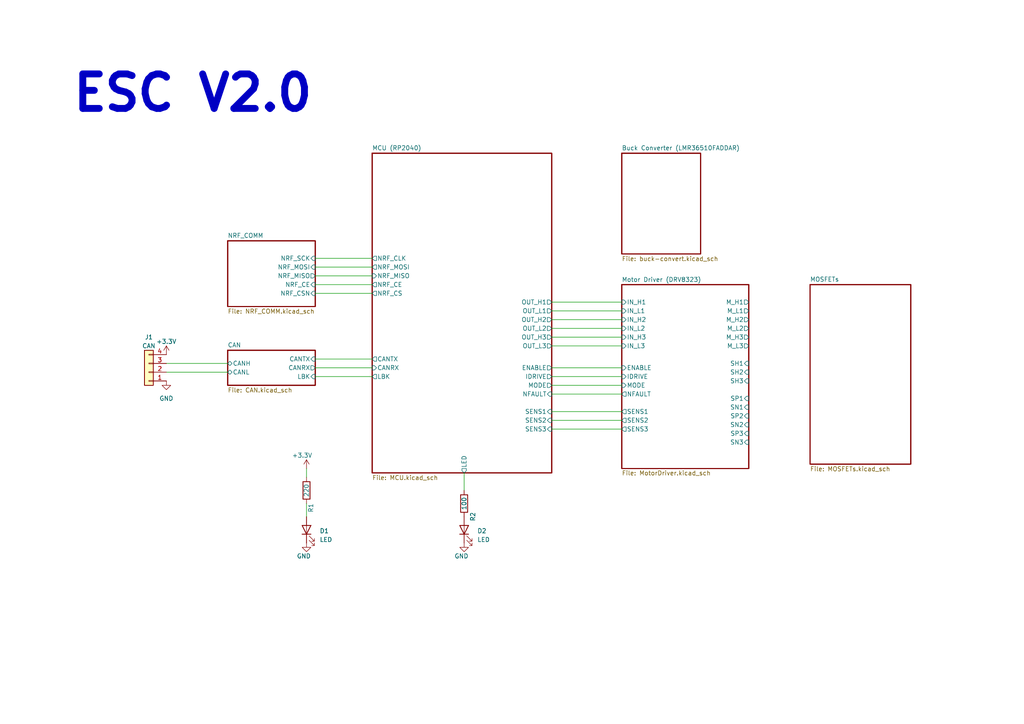
<source format=kicad_sch>
(kicad_sch (version 20230121) (generator eeschema)
  (paper "A4")
  (lib_symbols
    (symbol "Connector_Generic:Conn_01x04" (pin_names (offset 1.016) hide)
      (property "Reference" "J" (at 0 5.08 0))
      (property "Value" "Conn_01x04" (at 0 -7.62 0))
      (symbol "Conn_01x04_1_1"
        (rectangle (start -1.27 -4.953) (end 0 -5.207) (stroke (width 0.1524)))
        (rectangle (start -1.27 -2.413) (end 0 -2.667) (stroke (width 0.1524)))
        (rectangle (start -1.27 0.127) (end 0 -0.127) (stroke (width 0.1524)))
        (rectangle (start -1.27 2.667) (end 0 2.413) (stroke (width 0.1524)))
        (rectangle (start -1.27 3.81) (end 1.27 -6.35) (stroke (width 0.254)) (fill (type background)))
        (pin passive line (at -5.08 2.54 0) (length 3.81) (name "Pin_1") (number "1"))
        (pin passive line (at -5.08 0 0) (length 3.81) (name "Pin_2") (number "2"))
        (pin passive line (at -5.08 -2.54 0) (length 3.81) (name "Pin_3") (number "3"))
        (pin passive line (at -5.08 -5.08 0) (length 3.81) (name "Pin_4") (number "4"))
      )
    )
    (symbol "Device:LED" (pin_numbers hide) (pin_names (offset 1.016) hide)
      (property "Reference" "D" (at 0 2.54 0))
      (property "Value" "LED" (at 0 -2.54 0))
      (symbol "LED_0_1"
        (polyline (pts (xy -1.27 -1.27) (xy -1.27 1.27)) (stroke (width 0.254)))
        (polyline (pts (xy -1.27 0) (xy 1.27 0)))
        (polyline (pts (xy 1.27 -1.27) (xy 1.27 1.27) (xy -1.27 0) (xy 1.27 -1.27)) (stroke (width 0.254)))
        (polyline (pts (xy -3.048 -0.762) (xy -4.572 -2.286) (xy -3.81 -2.286) (xy -4.572 -2.286) (xy -4.572 -1.524)))
        (polyline (pts (xy -1.778 -0.762) (xy -3.302 -2.286) (xy -2.54 -2.286) (xy -3.302 -2.286) (xy -3.302 -1.524)))
      )
      (symbol "LED_1_1"
        (pin passive line (at -3.81 0 0) (length 2.54) (name "K") (number "1"))
        (pin passive line (at 3.81 0 180) (length 2.54) (name "A") (number "2"))
      )
    )
    (symbol "Device:R" (pin_numbers hide) (pin_names (offset 0))
      (property "Reference" "R" (at 2.032 0 90))
      (property "Value" "R" (at 0 0 90))
      (symbol "R_0_1"
        (rectangle (start -1.016 -2.54) (end 1.016 2.54) (stroke (width 0.254)))
      )
      (symbol "R_1_1"
        (pin passive line (at 0 3.81 270) (length 1.27) (name "~") (number "1"))
        (pin passive line (at 0 -3.81 90) (length 1.27) (name "~") (number "2"))
      )
    )
    (symbol "power:+3.3V" (power) (pin_names (offset 0))
      (property "Value" "+3.3V" (at 0 3.556 0))
      (symbol "+3.3V_0_1"
        (polyline (pts (xy -0.762 1.27) (xy 0 2.54)))
        (polyline (pts (xy 0 0) (xy 0 2.54)))
        (polyline (pts (xy 0 2.54) (xy 0.762 1.27)))
      )
      (symbol "+3.3V_1_1"
        (pin power_in line (at 0 0 90) (length 0) hide (name "+3.3V") (number "1"))
      )
    )
    (symbol "power:GND" (power) (pin_names (offset 0))
      (property "Value" "GND" (at 0 -3.81 0))
      (symbol "GND_0_1"
        (polyline (pts (xy 0 0) (xy 0 -1.27) (xy 1.27 -1.27) (xy 0 -2.54) (xy -1.27 -1.27) (xy 0 -1.27)))
      )
      (symbol "GND_1_1"
        (pin power_in line (at 0 0 270) (length 0) hide (name "GND") (number "1"))
      )
    )
  )
  (wire (pts (xy 160.02 90.17) (xy 180.34 90.17)))
  (wire (pts (xy 160.02 119.38) (xy 180.34 119.38)))
  (wire (pts (xy 160.02 121.92) (xy 180.34 121.92)))
  (wire (pts (xy 91.44 106.68) (xy 107.95 106.68)))
  (wire (pts (xy 160.02 114.3) (xy 180.34 114.3)))
  (wire (pts (xy 91.44 104.14) (xy 107.95 104.14)))
  (wire (pts (xy 48.26 107.95) (xy 66.04 107.95)))
  (wire (pts (xy 91.44 109.22) (xy 107.95 109.22)))
  (wire (pts (xy 160.02 106.68) (xy 180.34 106.68)))
  (wire (pts (xy 160.02 92.71) (xy 180.34 92.71)))
  (wire (pts (xy 91.44 80.01) (xy 107.95 80.01)))
  (wire (pts (xy 160.02 111.76) (xy 180.34 111.76)))
  (wire (pts (xy 160.02 87.63) (xy 180.34 87.63)))
  (wire (pts (xy 91.44 82.55) (xy 107.95 82.55)))
  (wire (pts (xy 91.44 85.09) (xy 107.95 85.09)))
  (wire (pts (xy 88.9 146.05) (xy 88.9 149.86)))
  (wire (pts (xy 48.26 105.41) (xy 66.04 105.41)))
  (wire (pts (xy 160.02 109.22) (xy 180.34 109.22)))
  (wire (pts (xy 160.02 97.79) (xy 180.34 97.79)))
  (wire (pts (xy 160.02 100.33) (xy 180.34 100.33)))
  (wire (pts (xy 88.9 135.89) (xy 88.9 138.43)))
  (wire (pts (xy 91.44 77.47) (xy 107.95 77.47)))
  (wire (pts (xy 91.44 74.93) (xy 107.95 74.93)))
  (wire (pts (xy 160.02 95.25) (xy 180.34 95.25)))
  (wire (pts (xy 160.02 124.46) (xy 180.34 124.46)))
  (wire (pts (xy 134.62 137.16) (xy 134.62 142.24)))
  (text "ESC V2.0" (at 20.32 33.02 0) (effects (font (size 10 10) (thickness 2) bold) (justify left bottom)))
  (symbol (lib_id "power:GND") (at 134.62 157.48 0) (unit 1)
    (property "Reference" "#PWR05" (effects hide))
    (property "Value" "GND" (at 135.89 161.29 0) (effects (justify right)))
  )
  (symbol (lib_id "power:GND") (at 88.9 157.48 0) (unit 1)
    (property "Reference" "#PWR04" (effects hide))
    (property "Value" "GND" (at 90.17 161.29 0) (effects (justify right)))
  )
  (symbol (lib_id "power:+3.3V") (at 88.9 135.89 0) (unit 1)
    (property "Reference" "#PWR03" (effects hide))
    (property "Value" "+3.3V" (at 87.63 132.08 0))
  )
  (symbol (lib_id "Device:LED") (at 88.9 153.67 90) (unit 1)
    (property "Reference" "D1" (at 92.71 153.9874 90) (effects (justify right)))
    (property "Value" "LED" (at 92.71 156.5274 90) (effects (justify right)))
    (property "Footprint" "Diode_SMD:D_0402_1005Metric" (effects hide))
  )
  (symbol (lib_id "power:+3.3V") (at 48.26 102.87 0) (unit 1)
    (property "Reference" "#PWR01" (effects hide))
    (property "Value" "+3.3V" (at 48.26 99.06 0))
  )
  (symbol (lib_id "power:GND") (at 48.26 110.49 0) (unit 1)
    (property "Reference" "#PWR02" (effects hide))
    (property "Value" "GND" (at 48.26 115.57 0))
  )
  (symbol (lib_id "Connector_Generic:Conn_01x04") (at 43.18 107.95 180) (unit 1)
    (property "Reference" "J1" (at 43.18 97.79 0))
    (property "Value" "CAN" (at 43.18 100.33 0))
    (property "Footprint" "Connector_JST:JST_XH_B4B-XH-A_1x04_P2.50mm_Vertical" (effects hide))
  )
  (symbol (lib_id "Device:R") (at 134.62 146.05 180) (unit 1)
    (property "Reference" "R2" (at 137.16 149.86 90))
    (property "Value" "100" (at 134.62 146.05 90))
    (property "Footprint" "Resistor_SMD:R_0603_1608Metric" (effects hide))
  )
  (symbol (lib_id "Device:R") (at 88.9 142.24 180) (unit 1)
    (property "Reference" "R1" (at 90.17 147.32 90))
    (property "Value" "220" (at 88.9 142.24 90))
    (property "Footprint" "Resistor_SMD:R_0603_1608Metric" (effects hide))
  )
  (symbol (lib_id "Device:LED") (at 134.62 153.67 90) (unit 1)
    (property "Reference" "D2" (at 138.43 153.9874 90) (effects (justify right)))
    (property "Value" "LED" (at 138.43 156.5274 90) (effects (justify right)))
    (property "Footprint" "Diode_SMD:D_0402_1005Metric" (effects hide))
  )
  (sheet (at 107.95 44.45) (size 52.07 92.71) (stroke (width 0.3))
    (property "Sheetname" "MCU (RP2040)" (at 107.95 43.6646 0) (effects (justify left bottom)))
    (property "Sheetfile" "MCU.kicad_sch" (at 107.95 137.8184 0) (effects (justify left top)))
    (pin "NRF_CE" output (at 107.95 82.55 180))
    (pin "NRF_CLK" output (at 107.95 74.93 180))
    (pin "NRF_CS" output (at 107.95 85.09 180))
    (pin "NRF_MOSI" output (at 107.95 77.47 180))
    (pin "NRF_MISO" input (at 107.95 80.01 180))
    (pin "OUT_L3" output (at 160.02 100.33 0))
    (pin "OUT_H3" output (at 160.02 97.79 0))
    (pin "OUT_L2" output (at 160.02 95.25 0))
    (pin "OUT_H2" output (at 160.02 92.71 0))
    (pin "OUT_L1" output (at 160.02 90.17 0))
    (pin "OUT_H1" output (at 160.02 87.63 0))
    (pin "ENABLE" output (at 160.02 106.68 0))
    (pin "IDRIVE" output (at 160.02 109.22 0))
    (pin "MODE" output (at 160.02 111.76 0))
    (pin "NFAULT" input (at 160.02 114.3 0))
    (pin "SENS1" input (at 160.02 119.38 0))
    (pin "SENS2" input (at 160.02 121.92 0))
    (pin "SENS3" input (at 160.02 124.46 0))
    (pin "LED" output (at 134.62 137.16 270))
    (pin "CANTX" output (at 107.95 104.14 180))
    (pin "CANRX" input (at 107.95 106.68 180))
    (pin "LBK" output (at 107.95 109.22 180))
  )
  (sheet (at 66.04 101.6) (size 25.4 10.16) (stroke (width 0.3))
    (property "Sheetname" "CAN" (at 66.04 100.8146 0) (effects (justify left bottom)))
    (property "Sheetfile" "CAN.kicad_sch" (at 66.04 112.4184 0) (effects (justify left top)))
    (pin "CANH" bidirectional (at 66.04 105.41 180))
    (pin "CANTX" input (at 91.44 104.14 0))
    (pin "CANRX" output (at 91.44 106.68 0))
    (pin "LBK" input (at 91.44 109.22 0))
    (pin "CANL" bidirectional (at 66.04 107.95 180))
  )
  (sheet (at 180.34 82.55) (size 36.83 53.34) (stroke (width 0.3))
    (property "Sheetname" "Motor Driver (DRV8323)" (at 180.34 81.8384 0) (effects (justify left bottom)))
    (property "Sheetfile" "MotorDriver.kicad_sch" (at 180.34 136.4746 0) (effects (justify left top)))
    (pin "SN1" input (at 217.17 118.11 0))
    (pin "IN_L3" input (at 180.34 100.33 180))
    (pin "IN_H1" input (at 180.34 87.63 180))
    (pin "IN_L1" input (at 180.34 90.17 180))
    (pin "IN_H3" input (at 180.34 97.79 180))
    (pin "IN_H2" input (at 180.34 92.71 180))
    (pin "IN_L2" input (at 180.34 95.25 180))
    (pin "NFAULT" output (at 180.34 114.3 180))
    (pin "ENABLE" input (at 180.34 106.68 180))
    (pin "SENS1" output (at 180.34 119.38 180))
    (pin "SENS3" output (at 180.34 124.46 180))
    (pin "SENS2" output (at 180.34 121.92 180))
    (pin "IDRIVE" input (at 180.34 109.22 180))
    (pin "MODE" input (at 180.34 111.76 180))
    (pin "SH1" input (at 217.17 105.41 0))
    (pin "M_H1" output (at 217.17 87.63 0))
    (pin "M_L1" output (at 217.17 90.17 0))
    (pin "SP1" input (at 217.17 115.57 0))
    (pin "SH3" input (at 217.17 110.49 0))
    (pin "M_L3" output (at 217.17 100.33 0))
    (pin "SN3" input (at 217.17 128.27 0))
    (pin "M_H3" output (at 217.17 97.79 0))
    (pin "SP3" input (at 217.17 125.73 0))
    (pin "SP2" input (at 217.17 120.65 0))
    (pin "M_H2" output (at 217.17 92.71 0))
    (pin "SH2" input (at 217.17 107.95 0))
    (pin "M_L2" output (at 217.17 95.25 0))
    (pin "SN2" input (at 217.17 123.19 0))
  )
  (sheet (at 66.04 69.85) (size 25.4 19.05) (stroke (width 0.3))
    (property "Sheetname" "NRF_COMM" (at 66.04 69.0646 0) (effects (justify left bottom)))
    (property "Sheetfile" "NRF_COMM.kicad_sch" (at 66.04 89.5584 0) (effects (justify left top)))
    (pin "NRF_MOSI" input (at 91.44 77.47 0))
    (pin "NRF_MISO" output (at 91.44 80.01 0))
    (pin "NRF_SCK" input (at 91.44 74.93 0))
    (pin "NRF_CSN" input (at 91.44 85.09 0))
    (pin "NRF_CE" input (at 91.44 82.55 0))
  )
  (sheet (at 234.95 82.55) (size 29.21 52.07) (stroke (width 0.3))
    (property "Sheetname" "MOSFETs" (at 234.95 81.7646 0) (effects (justify left bottom)))
    (property "Sheetfile" "MOSFETs.kicad_sch" (at 234.95 135.2784 0) (effects (justify left top)))
  )
  (sheet (at 180.34 44.45) (size 22.86 29.21) (stroke (width 0.3))
    (property "Sheetname" "Buck Converter (LMR36510FADDAR)" (at 180.34 43.6646 0) (effects (justify left bottom)))
    (property "Sheetfile" "buck-convert.kicad_sch" (at 180.34 74.3184 0) (effects (justify left top)))
  )
)
</source>
